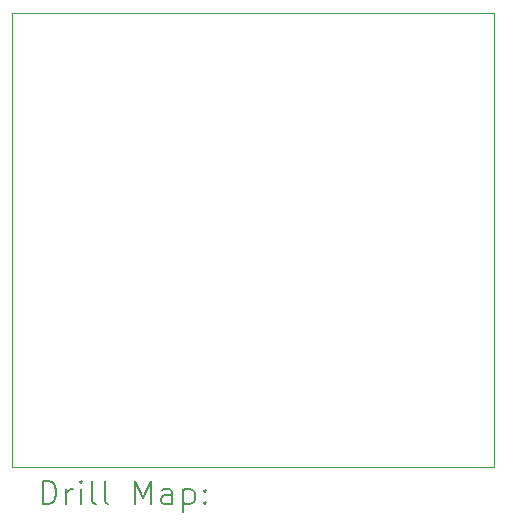
<source format=gbr>
%TF.GenerationSoftware,KiCad,Pcbnew,8.0.5*%
%TF.CreationDate,2024-11-24T21:54:13-06:00*%
%TF.ProjectId,moisture_sensor,6d6f6973-7475-4726-955f-73656e736f72,rev?*%
%TF.SameCoordinates,Original*%
%TF.FileFunction,Drillmap*%
%TF.FilePolarity,Positive*%
%FSLAX45Y45*%
G04 Gerber Fmt 4.5, Leading zero omitted, Abs format (unit mm)*
G04 Created by KiCad (PCBNEW 8.0.5) date 2024-11-24 21:54:13*
%MOMM*%
%LPD*%
G01*
G04 APERTURE LIST*
%ADD10C,0.050000*%
%ADD11C,0.200000*%
G04 APERTURE END LIST*
D10*
X11900000Y-6800000D02*
X15975000Y-6800000D01*
X15975000Y-10650000D01*
X11900000Y-10650000D01*
X11900000Y-6800000D01*
D11*
X12158277Y-10963984D02*
X12158277Y-10763984D01*
X12158277Y-10763984D02*
X12205896Y-10763984D01*
X12205896Y-10763984D02*
X12234467Y-10773508D01*
X12234467Y-10773508D02*
X12253515Y-10792555D01*
X12253515Y-10792555D02*
X12263039Y-10811603D01*
X12263039Y-10811603D02*
X12272562Y-10849698D01*
X12272562Y-10849698D02*
X12272562Y-10878270D01*
X12272562Y-10878270D02*
X12263039Y-10916365D01*
X12263039Y-10916365D02*
X12253515Y-10935412D01*
X12253515Y-10935412D02*
X12234467Y-10954460D01*
X12234467Y-10954460D02*
X12205896Y-10963984D01*
X12205896Y-10963984D02*
X12158277Y-10963984D01*
X12358277Y-10963984D02*
X12358277Y-10830650D01*
X12358277Y-10868746D02*
X12367801Y-10849698D01*
X12367801Y-10849698D02*
X12377324Y-10840174D01*
X12377324Y-10840174D02*
X12396372Y-10830650D01*
X12396372Y-10830650D02*
X12415420Y-10830650D01*
X12482086Y-10963984D02*
X12482086Y-10830650D01*
X12482086Y-10763984D02*
X12472562Y-10773508D01*
X12472562Y-10773508D02*
X12482086Y-10783031D01*
X12482086Y-10783031D02*
X12491610Y-10773508D01*
X12491610Y-10773508D02*
X12482086Y-10763984D01*
X12482086Y-10763984D02*
X12482086Y-10783031D01*
X12605896Y-10963984D02*
X12586848Y-10954460D01*
X12586848Y-10954460D02*
X12577324Y-10935412D01*
X12577324Y-10935412D02*
X12577324Y-10763984D01*
X12710658Y-10963984D02*
X12691610Y-10954460D01*
X12691610Y-10954460D02*
X12682086Y-10935412D01*
X12682086Y-10935412D02*
X12682086Y-10763984D01*
X12939229Y-10963984D02*
X12939229Y-10763984D01*
X12939229Y-10763984D02*
X13005896Y-10906841D01*
X13005896Y-10906841D02*
X13072562Y-10763984D01*
X13072562Y-10763984D02*
X13072562Y-10963984D01*
X13253515Y-10963984D02*
X13253515Y-10859222D01*
X13253515Y-10859222D02*
X13243991Y-10840174D01*
X13243991Y-10840174D02*
X13224943Y-10830650D01*
X13224943Y-10830650D02*
X13186848Y-10830650D01*
X13186848Y-10830650D02*
X13167801Y-10840174D01*
X13253515Y-10954460D02*
X13234467Y-10963984D01*
X13234467Y-10963984D02*
X13186848Y-10963984D01*
X13186848Y-10963984D02*
X13167801Y-10954460D01*
X13167801Y-10954460D02*
X13158277Y-10935412D01*
X13158277Y-10935412D02*
X13158277Y-10916365D01*
X13158277Y-10916365D02*
X13167801Y-10897317D01*
X13167801Y-10897317D02*
X13186848Y-10887793D01*
X13186848Y-10887793D02*
X13234467Y-10887793D01*
X13234467Y-10887793D02*
X13253515Y-10878270D01*
X13348753Y-10830650D02*
X13348753Y-11030650D01*
X13348753Y-10840174D02*
X13367801Y-10830650D01*
X13367801Y-10830650D02*
X13405896Y-10830650D01*
X13405896Y-10830650D02*
X13424943Y-10840174D01*
X13424943Y-10840174D02*
X13434467Y-10849698D01*
X13434467Y-10849698D02*
X13443991Y-10868746D01*
X13443991Y-10868746D02*
X13443991Y-10925889D01*
X13443991Y-10925889D02*
X13434467Y-10944936D01*
X13434467Y-10944936D02*
X13424943Y-10954460D01*
X13424943Y-10954460D02*
X13405896Y-10963984D01*
X13405896Y-10963984D02*
X13367801Y-10963984D01*
X13367801Y-10963984D02*
X13348753Y-10954460D01*
X13529705Y-10944936D02*
X13539229Y-10954460D01*
X13539229Y-10954460D02*
X13529705Y-10963984D01*
X13529705Y-10963984D02*
X13520182Y-10954460D01*
X13520182Y-10954460D02*
X13529705Y-10944936D01*
X13529705Y-10944936D02*
X13529705Y-10963984D01*
X13529705Y-10840174D02*
X13539229Y-10849698D01*
X13539229Y-10849698D02*
X13529705Y-10859222D01*
X13529705Y-10859222D02*
X13520182Y-10849698D01*
X13520182Y-10849698D02*
X13529705Y-10840174D01*
X13529705Y-10840174D02*
X13529705Y-10859222D01*
M02*

</source>
